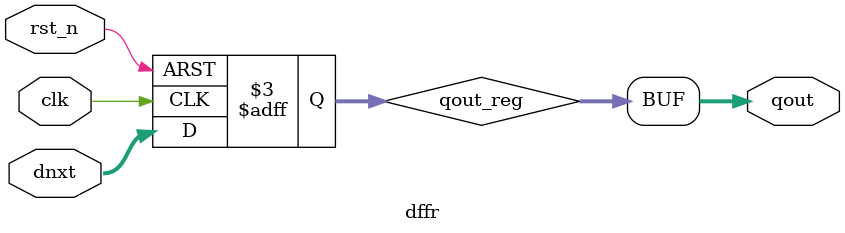
<source format=v>

`define DFFS
module dfflrs #(
    parameter DW=32
) (
    input lden,
    input [DW-1:0] dnxt,
    output [DW-1:0] qout,
    input clk,
    input rst_n
);
    reg [DW-1:0] qout_reg;
    always @(posedge clk or negedge rst_n) begin
        if(~rst_n)
            qout_reg <= {DW{1'b1}};
        else if(lden) 
            qout_reg <= dnxt;
    end
    assign qout = qout_reg;

endmodule

module dfflr #(
    parameter DW=32
) (
    input lden,
    input [DW-1:0] dnxt,
    output [DW-1:0] qout,
    input clk,
    input rst_n
);
    reg [DW-1:0] qout_reg;
    always @(posedge clk or negedge rst_n) begin
        if(~rst_n)
            qout_reg <= {DW{1'b0}};
        else if(lden) 
            qout_reg <= dnxt;
            // qout_reg <= dnxt;
    end
    assign qout = qout_reg;

endmodule

module dffl #(
    parameter DW=32
) (
    input lden,
    input [DW-1:0] dnxt,
    output [DW-1:0] qout,
    input clk
);
    reg [DW-1:0] qout_reg;
    always @(posedge clk) begin
        if(lden) 
            qout_reg <= dnxt;
            // qout_reg <= dnxt;
    end
    assign qout = qout_reg;

endmodule

module dffrs #(
    parameter DW=32
) (
    input [DW-1:0] dnxt,
    output [DW-1:0] qout,
    input clk,
    input rst_n
);
    reg [DW-1:0] qout_reg;
    always @(posedge clk or negedge rst_n) begin
        if(~rst_n) 
            qout_reg <= {DW{1'b1}};
        else
            qout_reg <= dnxt;
            // qout_reg <= dnxt;
    end
    assign qout = qout_reg;
endmodule

module dffr #(
    parameter DW=32
) (
    input [DW-1:0] dnxt,
    output [DW-1:0] qout,
    input clk,
    input rst_n
);
    reg [DW-1:0] qout_reg;
    always @(posedge clk or negedge rst_n) begin
        if(~rst_n) 
            qout_reg <= {DW{1'b0}};
        else
            qout_reg <= dnxt;
            // qout_reg <= dnxt;
    end
    assign qout = qout_reg;
endmodule


</source>
